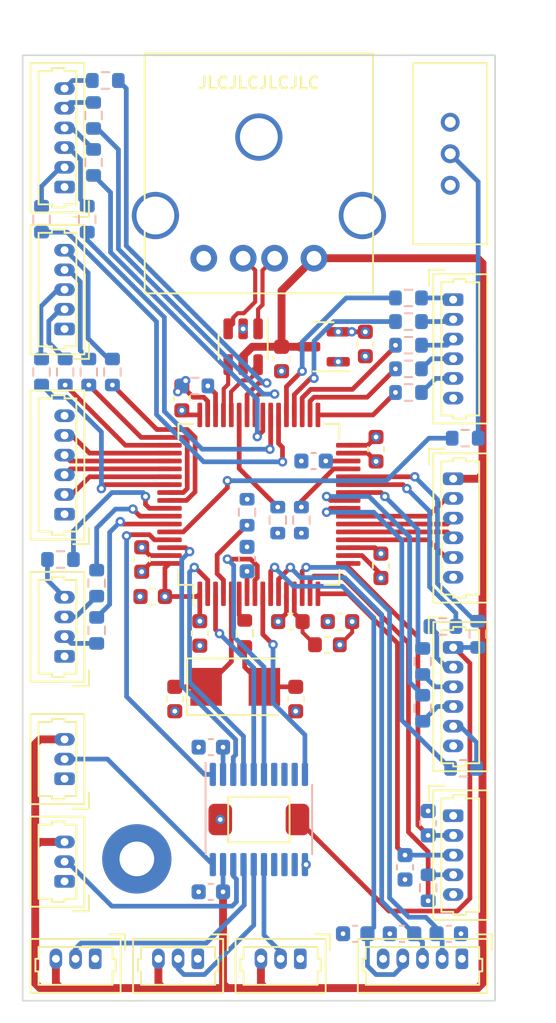
<source format=kicad_pcb>
(kicad_pcb (version 20211014) (generator pcbnew)
  (title_block (title "Keeb Controller") (date "2022-11-10") (rev "1") (company "Diego Covarrubias"))
  (layers (0 "F.Cu" signal) (1 "In1.Cu" power) (2 "In2.Cu" power) (31 "B.Cu" signal) (34 "B.Paste" user) (35 "F.Paste" user) (36 "B.SilkS" user "B.Silkscreen") (37 "F.SilkS" user "F.Silkscreen") (38 "B.Mask" user) (39 "F.Mask" user) (44 "Edge.Cuts" user))
  (net 0 "")
  (net 1 "VBUS")
  (net 2 "GND")
  (net 3 "+3V3")
  (net 4 "+3.3VA")
  (net 5 "VCAP")
  (net 6 "NRST")
  (net 7 "HSE_IN")
  (net 8 "Net-(C14-Pad1)")
  (net 9 "ST_X")
  (net 10 "ST_Y")
  (net 11 "TR1")
  (net 12 "TR2")
  (net 13 "TR3")
  (net 14 "USB_RAW_D+")
  (net 15 "USB_RAW_D-")
  (net 16 "USB_D-")
  (net 17 "USB_D+")
  (net 18 "CN_NSS")
  (net 19 "CN_SCK")
  (net 20 "CN_MISO")
  (net 21 "CN_MOSI")
  (net 22 "SN_MOSI")
  (net 23 "SN_MISO")
  (net 24 "SN_SCK")
  (net 25 "SN_NSS")
  (net 26 "ST_P_IN")
  (net 27 "LED5_OUT")
  (net 28 "LED4_OUT")
  (net 29 "LED3_OUT")
  (net 30 "LED2_OUT")
  (net 31 "LED1_OUT")
  (net 32 "KT4_IN")
  (net 33 "KT3_IN")
  (net 34 "KT2_IN")
  (net 35 "KT1_IN")
  (net 36 "KI5_IN")
  (net 37 "KI4_IN")
  (net 38 "KI3_IN")
  (net 39 "KI2_IN")
  (net 40 "KI1_IN")
  (net 41 "KM5_IN")
  (net 42 "KM4_IN")
  (net 43 "KM3_IN")
  (net 44 "KM2_IN")
  (net 45 "KM1_IN")
  (net 46 "KR5_IN")
  (net 47 "KR4_IN")
  (net 48 "KR3_IN")
  (net 49 "KR2_IN")
  (net 50 "KR1")
  (net 51 "KP3_IN")
  (net 52 "KP2_IN")
  (net 53 "KP1_IN")
  (net 54 "LED3")
  (net 55 "LED4")
  (net 56 "NC_PC15")
  (net 57 "HSE_OUT")
  (net 58 "LED5")
  (net 59 "LED_OE")
  (net 60 "ST_P")
  (net 61 "KR5")
  (net 62 "KR4")
  (net 63 "KR3")
  (net 64 "KR2")
  (net 65 "BOOT1{slash}KR1")
  (net 66 "NC_PB10")
  (net 67 "KM5")
  (net 68 "KM4")
  (net 69 "KM3")
  (net 70 "KM2")
  (net 71 "KM1")
  (net 72 "KI5")
  (net 73 "KI4")
  (net 74 "KI3")
  (net 75 "KI2")
  (net 76 "KI1")
  (net 77 "NC_PA10")
  (net 78 "NC_PA13")
  (net 79 "KT1")
  (net 80 "KT2")
  (net 81 "KT3")
  (net 82 "KT4")
  (net 83 "KP1")
  (net 84 "KP2")
  (net 85 "KP3")
  (net 86 "BOOT0")
  (net 87 "LED1")
  (net 88 "LED2")
  (net 89 "Net-(R2-Pad2)")
  (footprint "Connector_Molex:Molex_PicoBlade_53047-0610_1x06_P1.25mm_Vertical" (layer "F.Cu") (at 137.34 69.375 -90)
    (fp_text reference "H1")
    (fp_text value "Conn_01x06")
  )
  (footprint "Inductor_SMD:L_0603_1608Metric" (layer "F.Cu") (at 129.35 79.91 180)
    (fp_text reference "FB1")
    (fp_text value "120R")
  )
  (footprint "Connector_Molex:Molex_PicoBlade_53047-0510_1x05_P1.25mm_Vertical" (layer "F.Cu") (at 112.66 59.87 90)
    (fp_text reference "H3")
    (fp_text value "Conn_01x05")
  )
  (footprint "Custom:ALPS_SKRKAEE020" (layer "F.Cu") (at 125 91 180)
    (fp_text reference "SW2")
    (fp_text value "SW_SPST")
  )
  (footprint "Capacitor_SMD:C_0603_1608Metric" (layer "F.Cu") (at 131.76 60.825 -90)
    (fp_text reference "C2")
    (fp_text value "10uF")
  )
  (footprint "Connector_Molex:Molex_PicoBlade_53047-0610_1x06_P1.25mm_Vertical" (layer "F.Cu") (at 137.34 58.0075 -90)
    (fp_text reference "H5")
    (fp_text value "Conn_01x06")
  )
  (footprint "Capacitor_SMD:C_0603_1608Metric" (layer "F.Cu") (at 118.26 76.85 180)
    (fp_text reference "C3")
    (fp_text value "10uF")
  )
  (footprint "Connector_Molex:Molex_PicoBlade_53047-0310_1x03_P1.25mm_Vertical" (layer "F.Cu") (at 114.61 99.84 180)
    (fp_text reference "H12")
    (fp_text value "Conn_01x03")
  )
  (footprint "Connector_Molex:Molex_PicoBlade_53047-0310_1x03_P1.25mm_Vertical" (layer "F.Cu") (at 121.12 99.84 180)
    (fp_text reference "H13")
    (fp_text value "Conn_01x03")
  )
  (footprint "Custom:ALPS_SSSS912000" (layer "F.Cu") (at 137.15 48.75 90)
    (fp_text reference "SW1")
    (fp_text value "SW_SPDT")
  )
  (footprint "Capacitor_SMD:C_0603_1608Metric" (layer "F.Cu") (at 132.44 67.5 -90)
    (fp_text reference "C6")
    (fp_text value "100nF")
  )
  (footprint "Capacitor_SMD:C_0603_1608Metric" (layer "F.Cu") (at 119.66 83.355 -90)
    (fp_text reference "C13")
    (fp_text value "20pF")
  )
  (footprint "Connector_Molex:Molex_PicoBlade_53047-0310_1x03_P1.25mm_Vertical" (layer "F.Cu") (at 112.66 88.415 90)
    (fp_text reference "H10")
    (fp_text value "Conn_01x03")
  )
  (footprint "Package_TO_SOT_SMD:SOT-23" (layer "F.Cu") (at 129.1 61 180)
    (fp_text reference "LDO1")
    (fp_text value "AP2127N-3.3")
  )
  (footprint "Custom:JST_UBA-4R-D14T-4D" (layer "F.Cu") (at 125 50 180)
    (fp_text reference "USB1")
    (fp_text value "USB_A")
  )
  (footprint "Capacitor_SMD:C_0603_1608Metric" (layer "F.Cu") (at 127 78.44 180)
    (fp_text reference "C10")
    (fp_text value "100nF")
  )
  (footprint "Connector_Molex:Molex_PicoBlade_53047-0310_1x03_P1.25mm_Vertical" (layer "F.Cu") (at 127.63 99.84 180)
    (fp_text reference "H14")
    (fp_text value "Conn_01x03")
  )
  (footprint "Capacitor_SMD:C_0603_1608Metric" (layer "F.Cu") (at 117.56 74.5 90)
    (fp_text reference "C8")
    (fp_text value "100nF")
  )
  (footprint "Resistor_SMD:R_0603_1608Metric" (layer "F.Cu") (at 124.1 79.19 90)
    (fp_text reference "R1")
    (fp_text value "0R")
  )
  (footprint "Package_TO_SOT_SMD:SOT-23-6" (layer "F.Cu") (at 124 61 -90)
    (fp_text reference "ESD1")
    (fp_text value "USBLC6-2SC6")
  )
  (footprint "Capacitor_SMD:C_0603_1608Metric" (layer "F.Cu") (at 127.34 83.355 -90)
    (fp_text reference "C14")
    (fp_text value "20pF")
  )
  (footprint "Capacitor_SMD:C_0603_1608Metric" (layer "F.Cu") (at 120.11 64.26 90)
    (fp_text reference "C7")
    (fp_text value "100nF")
  )
  (footprint "Connector_Molex:Molex_PicoBlade_53047-0510_1x05_P1.25mm_Vertical" (layer "F.Cu") (at 137.89 99.84 180)
    (fp_text reference "H9")
    (fp_text value "Conn_01x05")
  )
  (footprint "Connector_Molex:Molex_PicoBlade_53047-0310_1x03_P1.25mm_Vertical" (layer "F.Cu") (at 112.66 94.925 90)
    (fp_text reference "H11")
    (fp_text value "Conn_01x03")
  )
  (footprint "Capacitor_SMD:C_0603_1608Metric" (layer "F.Cu") (at 126.44 61.775 -90)
    (fp_text reference "C1")
    (fp_text value "10uF")
  )
  (footprint "Connector_Molex:Molex_PicoBlade_53047-0610_1x06_P1.25mm_Vertical" (layer "F.Cu") (at 112.66 71.625 90)
    (fp_text reference "H2")
    (fp_text value "Conn_01x06")
  )
  (footprint "Connector_Molex:Molex_PicoBlade_53047-0510_1x05_P1.25mm_Vertical" (layer "F.Cu") (at 137.34 90.76 -90)
    (fp_text reference "H8")
    (fp_text value "Conn_01x05")
  )
  (footprint "MountingHole:MountingHole_2.2mm_M2_Pad" (layer "F.Cu") (at 117.25 93.5)
    (fp_text reference "MNT1")
    (fp_text value "MountingHole")
  )
  (footprint "Connector_Molex:Molex_PicoBlade_53047-0610_1x06_P1.25mm_Vertical" (layer "F.Cu") (at 137.34 80.08 -90)
    (fp_text reference "H6")
    (fp_text value "Conn_01x06")
  )
  (footprint "Connector_Molex:Molex_PicoBlade_53047-0610_1x06_P1.25mm_Vertical" (layer "F.Cu") (at 112.66 50.86 90)
    (fp_text reference "H4")
    (fp_text value "Conn_01x06")
  )
  (footprint "Package_QFP:LQFP-64_10x10mm_P0.5mm" (layer "F.Cu") (at 125 71 90)
    (fp_text reference "MCU1")
    (fp_text value "STM32F401RCT6")
  )
  (footprint "Capacitor_SMD:C_0603_1608Metric" (layer "F.Cu") (at 130.15 78.44 180)
    (fp_text reference "C9")
    (fp_text value "10uF")
  )
  (footprint "Capacitor_SMD:C_0603_1608Metric" (layer "F.Cu") (at 132.75 74.9 -90)
    (fp_text reference "C5")
    (fp_text value "100nF")
  )
  (footprint "Capacitor_SMD:C_0603_1608Metric" (layer "F.Cu") (at 121.25 79.19 -90)
    (fp_text reference "C4")
    (fp_text value "100nF")
  )
  (footprint "Crystal:Crystal_SMD_5032-2Pin_5.0x3.2mm" (layer "F.Cu") (at 123.5 82.58)
    (fp_text reference "XTAL1")
    (fp_text value "8MHz")
  )
  (footprint "Connector_Molex:Molex_PicoBlade_53047-0410_1x04_P1.25mm_Vertical" (layer "F.Cu") (at 112.66 80.645 90)
    (fp_text reference "H7")
    (fp_text value "Conn_01x04")
  )
  (footprint "Resistor_SMD:R_0603_1608Metric" (layer "B.Cu") (at 114.5 49.3 90)
    (fp_text reference "R10")
    (fp_text value "10KR")
  )
  (footprint "Resistor_SMD:R_0603_1608Metric" (layer "B.Cu") (at 135.75 95.335 90)
    (fp_text reference "R25")
    (fp_text value "10KR")
  )
  (footprint "Capacitor_SMD:C_0603_1608Metric" (layer "B.Cu") (at 128.475 68.25 180)
    (fp_text reference "C11")
    (fp_text value "4.7uF")
  )
  (footprint "Resistor_SMD:R_0603_1608Metric" (layer "B.Cu") (at 135.4 83.94 -90)
    (fp_text reference "R20")
    (fp_text value "10KR")
  )
  (footprint "Resistor_SMD:R_0603_1608Metric" (layer "B.Cu") (at 134.5 59.4)
    (fp_text reference "R14")
    (fp_text value "10KR")
  )
  (footprint "Resistor_SMD:R_0603_1608Metric" (layer "B.Cu") (at 115.7 62.6 90)
    (fp_text reference "R4")
    (fp_text value "10KR")
  )
  (footprint "Resistor_SMD:R_0603_1608Metric" (layer "B.Cu") (at 138.1 66.8)
    (fp_text reference "R2")
    (fp_text value "10KR")
  )
  (footprint "Resistor_SMD:R_0603_1608Metric" (layer "B.Cu") (at 114.7 76 -90)
    (fp_text reference "R23")
    (fp_text value "10KR")
  )
  (footprint "Resistor_SMD:R_0603_1608Metric" (layer "B.Cu") (at 138.9 79.24 -90)
    (fp_text reference "R3")
    (fp_text value "10KR")
  )
  (footprint "Resistor_SMD:R_0603_1608Metric" (layer "B.Cu") (at 115.25 44.1 180)
    (fp_text reference "R8")
    (fp_text value "10KR")
  )
  (footprint "Resistor_SMD:R_0603_1608Metric" (layer "B.Cu") (at 136.68 78.75 180)
    (fp_text reference "R18")
    (fp_text value "10KR")
  )
  (footprint "Capacitor_SMD:C_0603_1608Metric" (layer "B.Cu") (at 124.25 74.475 -90)
    (fp_text reference "C12")
    (fp_text value "100nF")
  )
  (footprint "Capacitor_SMD:C_0603_1608Metric" (layer "B.Cu") (at 131.12 98.25 180)
    (fp_text reference "C19")
    (fp_text value "100nF")
  )
  (footprint "Package_SO:TSSOP-20_4.4x6.5mm_P0.65mm" (layer "B.Cu") (at 125 91 -90)
    (fp_text reference "VT1")
    (fp_text value "TXS0108EPW")
  )
  (footprint "Resistor_SMD:R_0603_1608Metric" (layer "B.Cu") (at 124.25 71.5 90)
    (fp_text reference "R26")
    (fp_text value "10KR")
  )
  (footprint "Resistor_SMD:R_0603_1608Metric" (layer "B.Cu") (at 127.7 72 -90)
    (fp_text reference "R29")
    (fp_text value "10KR")
  )
  (footprint "Resistor_SMD:R_0603_1608Metric" (layer "B.Cu") (at 134.5 63.9)
    (fp_text reference "R17")
    (fp_text value "10KR")
  )
  (footprint "Resistor_SMD:R_0603_1608Metric" (layer "B.Cu") (at 134.5 60.9)
    (fp_text reference "R15")
    (fp_text value "10KR")
  )
  (footprint "Resistor_SMD:R_0603_1608Metric" (layer "B.Cu") (at 111.2 62.6 90)
    (fp_text reference "R6")
    (fp_text value "10KR")
  )
  (footprint "Resistor_SMD:R_0603_1608Metric" (layer "B.Cu") (at 114.2 62.6 90)
    (fp_text reference "R5")
    (fp_text value "10KR")
  )
  (footprint "Resistor_SMD:R_0603_1608Metric" (layer "B.Cu") (at 114.1 52.9 90)
    (fp_text reference "R11")
    (fp_text value "10KR")
  )
  (footprint "Resistor_SMD:R_0603_1608Metric" (layer "B.Cu") (at 114.5 46.32 90)
    (fp_text reference "R9")
    (fp_text value "10KR")
  )
  (footprint "Resistor_SMD:R_0603_1608Metric" (layer "B.Cu") (at 114.7 79 -90)
    (fp_text reference "R24")
    (fp_text value "10KR")
  )
  (footprint "Resistor_SMD:R_0603_1608Metric" (layer "B.Cu") (at 111.2 52.9 90)
    (fp_text reference "R12")
    (fp_text value "10KR")
  )
  (footprint "Resistor_SMD:R_0603_1608Metric" (layer "B.Cu") (at 126.2 72 -90)
    (fp_text reference "R27")
    (fp_text value "10KR")
  )
  (footprint "Capacitor_SMD:C_0603_1608Metric" (layer "B.Cu") (at 121.95 86.41)
    (fp_text reference "C20")
    (fp_text value "100nF")
  )
  (footprint "Capacitor_SMD:C_0603_1608Metric" (layer "B.Cu") (at 134.09 98.25 180)
    (fp_text reference "C18")
    (fp_text value "100nF")
  )
  (footprint "Capacitor_SMD:C_0603_1608Metric" (layer "B.Cu") (at 121.95 95.59)
    (fp_text reference "C21")
    (fp_text value "100nF")
  )
  (footprint "Resistor_SMD:R_0603_1608Metric" (layer "B.Cu") (at 134.5 57.9)
    (fp_text reference "R13")
    (fp_text value "10KR")
  )
  (footprint "Resistor_SMD:R_0603_1608Metric" (layer "B.Cu") (at 135.4 80.97 -90)
    (fp_text reference "R19")
    (fp_text value "10KR")
  )
  (footprint "Capacitor_SMD:C_0603_1608Metric" (layer "B.Cu") (at 135.75 91.235 90)
    (fp_text reference "C15")
    (fp_text value "100nF")
  )
  (footprint "Capacitor_SMD:C_0603_1608Metric" (layer "B.Cu") (at 134.28 94.035 -90)
    (fp_text reference "C16")
    (fp_text value "100nF")
  )
  (footprint "Resistor_SMD:R_0603_1608Metric" (layer "B.Cu") (at 112.4 74.5 180)
    (fp_text reference "R22")
    (fp_text value "10KR")
  )
  (footprint "Capacitor_SMD:C_0603_1608Metric" (layer "B.Cu") (at 137.06 98.25)
    (fp_text reference "C17")
    (fp_text value "100nF")
  )
  (footprint "Resistor_SMD:R_0603_1608Metric" (layer "B.Cu") (at 112.7 62.6 90)
    (fp_text reference "R7")
    (fp_text value "10KR")
  )
  (footprint "Resistor_SMD:R_0603_1608Metric" (layer "B.Cu") (at 138 87.75)
    (fp_text reference "R21")
    (fp_text value "10KR")
  )
  (footprint "Resistor_SMD:R_0603_1608Metric" (layer "B.Cu") (at 120.935 63.485 180)
    (fp_text reference "R28")
    (fp_text value "10KR")
  )
  (footprint "Resistor_SMD:R_0603_1608Metric" (layer "B.Cu") (at 134.5 62.4)
    (fp_text reference "R16")
    (fp_text value "10KR")
  )
  (gr_rect (start 110 42.5) (end 140 102.5) (layer "Edge.Cuts") (width 0.1) (fill none))
  (gr_text "JLCJLCJLCJLC" (at 125 44.25) (layer "F.SilkS") (effects (font (size 0.75 0.75))))
  (segment (start 138.9 101.7) (end 139.2 101.4) (width 0.5) (layer "F.Cu") (net 1))
  (segment (start 139.2 55.7) (end 138.88 55.38) (width 0.5) (layer "F.Cu") (net 1))
  (segment (start 124 61.577151) (end 124 62.1375) (width 0.5) (layer "F.Cu") (net 1))
  (segment (start 137.34 69.375) (end 138.925 69.375) (width 0.5) (layer "F.Cu") (net 1))
  (segment (start 139.2 69.1) (end 139.2 55.7) (width 0.5) (layer "F.Cu") (net 1))
  (segment (start 139.2 101.4) (end 139.2 69.1) (width 0.5) (layer "F.Cu") (net 1))
  (segment (start 125.4 101.7) (end 138.9 101.7) (width 0.5) (layer "F.Cu") (net 1))
  (segment (start 122.725 95.59) (end 122.725 101.425) (width 0.5) (layer "F.Cu") (net 1))
  (segment (start 118.62 101.42) (end 118.9 101.7) (width 0.5) (layer "F.Cu") (net 1))
  (segment (start 125.13 101.43) (end 125.4 101.7) (width 0.5) (layer "F.Cu") (net 1))
  (segment (start 125.13 99.84) (end 125.13 101.43) (width 0.5) (layer "F.Cu") (net 1))
  (segment (start 111.1 101.7) (end 110.8 101.4) (width 0.5) (layer "F.Cu") (net 1))
  (segment (start 112.11 101.41) (end 112.4 101.7) (width 0.5) (layer "F.Cu") (net 1))
  (segment (start 126.44 61) (end 128.1625 61) (width 0.5) (layer "F.Cu") (net 1))
  (segment (start 124.577151 61) (end 124 61.577151) (width 0.5) (layer "F.Cu") (net 1))
  (segment (start 118.9 101.7) (end 112.4 101.7) (width 0.5) (layer "F.Cu") (net 1))
  (segment (start 111.085 85.915) (end 110.8 86.2) (width 0.5) (layer "F.Cu") (net 1))
  (segment (start 112.66 92.425) (end 111.075 92.425) (width 0.5) (layer "F.Cu") (net 1))
  (segment (start 126.44 61) (end 124.577151 61) (width 0.5) (layer "F.Cu") (net 1))
  (segment (start 118.62 99.84) (end 118.62 101.42) (width 0.5) (layer "F.Cu") (net 1))
  (segment (start 138.925 69.375) (end 139.2 69.1) (width 0.5) (layer "F.Cu") (net 1))
  (segment (start 138.88 55.38) (end 128.5 55.38) (width 0.5) (layer "F.Cu") (net 1))
  (segment (start 128.5 55.38) (end 126.44 57.44) (width 0.5) (layer "F.Cu") (net 1))
  (segment (start 112.4 101.7) (end 111.1 101.7) (width 0.5) (layer "F.Cu") (net 1))
  (segment (start 126.44 57.44) (end 126.44 61) (width 0.5) (layer "F.Cu") (net 1))
  (segment (start 123 101.7) (end 118.9 101.7) (width 0.5) (layer "F.Cu") (net 1))
  (segment (start 110.8 86.2) (end 110.8 92.7) (width 0.5) (layer "F.Cu") (net 1))
  (segment (start 111.075 92.425) (end 110.8 92.7) (width 0.5) (layer "F.Cu") (net 1))
  (segment (start 112.66 85.915) (end 111.085 85.915) (width 0.5) (layer "F.Cu") (net 1))
  (segment (start 125.4 101.7) (end 123 101.7) (width 0.5) (layer "F.Cu") (net 1))
  (segment (start 110.8 101.4) (end 110.8 92.7) (width 0.5) (layer "F.Cu") (net 1))
  (segment (start 122.725 101.425) (end 123 101.7) (width 0.5) (layer "F.Cu") (net 1))
  (segment (start 112.11 99.84) (end 112.11 101.41) (width 0.5) (layer "F.Cu") (net 1))
  (via (at 122.725 95.59) (size 0.6) (drill 0.3) (layers "F.Cu" "B.Cu") (net 1))
  (segment (start 122.725 93.8625) (end 122.725 95.59) (width 0.3) (layer "B.Cu") (net 1))
  (segment (start 131.550361 74.25) (end 132.75 75.449639) (width 0.3) (layer "F.Cu") (net 2))
  (segment (start 117.5675 73.7325) (end 117.56 73.725) (width 0.3) (layer "F.Cu") (net 2))
  (segment (start 130.675 67.75) (end 131.915 67.75) (width 0.3) (layer "F.Cu") (net 2))
  (segment (start 121.500841 64.20048) (end 121.75 64.449639) (width 0.3) (layer "F.Cu") (net 2))
  (segment (start 118.085 74.25) (end 117.5675 73.7325) (width 0.3) (layer "F.Cu") (net 2))
  (segment (start 119.325 74.25) (end 118.085 74.25) (width 0.3) (layer "F.Cu") (net 2))
  (segment (start 126.75 77.915) (end 126.225 78.44) (width 0.3) (layer "F.Cu") (net 2))
  (segment (start 130.675 74.25) (end 131.550361 74.25) (width 0.3) (layer "F.Cu") (net 2))
  (segment (start 120.11 63.485) (end 120.82548 64.20048) (width 0.3) (layer "F.Cu") (net 2))
  (segment (start 120.82548 64.20048) (end 121.500841 64.20048) (width 0.3) (layer "F.Cu") (net 2))
  (segment (start 132.75 75.449639) (end 132.75 75.675) (width 0.3) (layer "F.Cu") (net 2))
  (segment (start 126.75 76.675) (end 126.75 77.915) (width 0.3) (layer "F.Cu") (net 2))
  (segment (start 131.915 67.75) (end 132.44 68.275) (width 0.3) (layer "F.Cu") (net 2))
  (segment (start 121.75 64.449639) (end 121.75 65.325) (width 0.3) (layer "F.Cu") (net 2))
  (via (at 131.76 61.6) (size 0.6) (drill 0.3) (layers "F.Cu" "B.Cu") (net 2))
  (via (at 126.2 72.825) (size 0.6) (drill 0.3) (layers "F.Cu" "B.Cu") (net 2))
  (via (at 117.5675 73.7325) (size 0.6) (drill 0.3) (layers "F.Cu" "B.Cu") (net 2))
  (via (at 134.28 94.81) (size 0.6) (drill 0.3) (layers "F.Cu" "B.Cu") (net 2))
  (via (at 127.34 84.13) (size 0.6) (drill 0.3) (layers "F.Cu" "B.Cu") (net 2))
  (via (at 135.75 90.46) (size 0.6) (drill 0.3) (layers "F.Cu" "B.Cu") (net 2))
  (via (at 127.7 72.825) (size 0.6) (drill 0.3) (layers "F.Cu" "B.Cu") (net 2))
  (via (at 124.25 73.7) (size 0.6) (drill 0.3) (layers "F.Cu" "B.Cu") (net 2))
  (via (at 117.45 76.85) (size 0.6) (drill 0.3) (layers "F.Cu" "B.Cu") (net 2))
  (via (at 133.315 98.25) (size 0.6) (drill 0.3) (layers "F.Cu" "B.Cu") (net 2))
  (via (at 121.25 79.965) (size 0.6) (drill 0.3) (layers "F.Cu" "B.Cu") (net 2))
  (via (at 124 59.8625) (size 0.6) (drill 0.3) (layers "F.Cu" "B.Cu") (net 2))
  (via (at 130.0375 61.95) (size 0.6) (drill 0.3) (layers "F.Cu" "B.Cu") (net 2))
  (via (at 120.35 63.15) (size 0.6) (drill 0.3) (layers "F.Cu" "B.Cu") (net 2))
  (via (at 119.85 63.85) (size 0.6) (drill 0.3) (layers "F.Cu" "B.Cu") (net 2))
  (via (at 122.55 91) (size 0.6) (drill 0.3) (layers "F.Cu" "B.Cu") (net 2))
  (via (at 119.66 84.13) (size 0.6) (drill 0.3) (layers "F.Cu" "B.Cu") (net 2))
  (via (at 121.175 86.41) (size 0.6) (drill 0.3) (layers "F.Cu" "B.Cu") (net 2))
  (via (at 132.75 75.675) (size 0.6) (drill 0.3) (layers "F.Cu" "B.Cu") (net 2))
  (via (at 121.175 95.59) (size 0.6) (drill 0.3) (layers "F.Cu" "B.Cu") (net 2))
  (via (at 126.225 78.44) (size 0.6) (drill 0.3) (layers "F.Cu" "B.Cu") (net 2))
  (via (at 127.7 68.25) (size 0.6) (drill 0.3) (layers "F.Cu" "B.Cu") (net 2))
  (via (at 130.345 98.25) (size 0.6) (drill 0.3) (layers "F.Cu" "B.Cu") (net 2))
  (via (at 126.44 62.55) (size 0.6) (drill 0.3) (layers "F.Cu" "B.Cu") (net 2))
  (via (at 132.44 68.275) (size 0.6) (drill 0.3) (layers "F.Cu" "B.Cu") (net 2))
  (via (at 137.835 98.25) (size 0.6) (drill 0.3) (layers "F.Cu" "B.Cu") (net 2))
  (via (at 124.26 70.675) (size 0.6) (drill 0.3) (layers "F.Cu" "B.Cu") (net 2))
  (via (at 129.375 78.44) (size 0.6) (drill 0.3) (layers "F.Cu" "B.Cu") (net 2))
  (via (at 128 93.8625) (size 0.6) (drill 0.3) (layers "F.Cu" "B.Cu") (net 2))
  (segment (start 119.85 63.745) (end 120.11 63.485) (width 0.3) (layer "B.Cu") (net 2))
  (segment (start 119.85 63.85) (end 119.85 63.745) (width 0.3) (layer "B.Cu") (net 2))
  (segment (start 120.35 63.245) (end 120.11 63.485) (width 0.3) (layer "B.Cu") (net 2))
  (segment (start 120.35 63.15) (end 120.35 63.245) (width 0.3) (layer "B.Cu") (net 2))
  (segment (start 119.035 76.85) (end 121.075 76.85) (width 0.3) (layer "F.Cu") (net 3))
  (segment (start 121.075 76.85) (end 121.25 76.675) (width 0.3) (layer "F.Cu") (net 3))
  (segment (start 118.085 74.75) (end 119.325 74.75) (width 0.3) (layer "F.Cu") (net 3))
  (segment (start 130.675 67.25) (end 131.915 67.25) (width 0.3) (layer "F.Cu") (net 3))
  (segment (start 132.4325 66.7325) (end 132.44 66.725) (width 0.3) (layer "F.Cu") (net 3))
  (segment (start 131.25 60.05) (end 131.76 60.05) (width 0.3) (layer "F.Cu") (net 3))
  (segment (start 131 60.05) (end 131.25 60.05) (width 0.3) (layer "F.Cu") (net 3))
  (segment (start 120.4 65.325) (end 120.11 65.035) (width 0.3) (layer "F.Cu") (net 3))
  (segment (start 131.915 67.25) (end 132.4325 66.7325) (width 0.3) (layer "F.Cu") (net 3))
  (segment (start 130.0375 60.05) (end 131 60.05) (width 0.3) (layer "F.Cu") (net 3))
  (segment (start 130.925 78.44) (end 130.925 79.1225) (width 0.25) (layer "F.Cu") (net 3))
  (segment (start 130.925 79.1225) (end 130.1375 79.91) (width 0.25) (layer "F.Cu") (net 3))
  (segment (start 119.035 75.04) (end 119.325 74.75) (width 0.3) (layer "F.Cu") (net 3))
  (segment (start 132.375 73.75) (end 132.7375 74.1125) (width 0.3) (layer "F.Cu") (net 3))
  (segment (start 130.675 73.75) (end 132.375 73.75) (width 0.3) (layer "F.Cu") (net 3))
  (segment (start 118.085 74.75) (end 117.56 75.275) (width 0.3) (layer "F.Cu") (net 3))
  (segment (start 119.035 76.85) (end 119.035 75.04) (width 0.3) (layer "F.Cu") (net 3))
  (segment (start 121.25 76.675) (end 121.25 78.415) (width 0.3) (layer "F.Cu") (net 3))
  (segment (start 132.7375 74.1125) (end 132.75 74.125) (width 0.3) (layer "F.Cu") (net 3))
  (segment (start 121.25 65.325) (end 120.4 65.325) (width 0.3) (layer "F.Cu") (net 3))
  (via (at 121.25 78.415) (size 0.6) (drill 0.3) (layers "F.Cu" "B.Cu") (net 3))
  (via (at 120.11 65.035) (size 0.6) (drill 0.3) (layers "F.Cu" "B.Cu") (net 3))
  (via (at 130.925 78.44) (size 0.6) (drill 0.3) (layers "F.Cu" "B.Cu") (net 3))
  (via (at 132.75 74.125) (size 0.6) (drill 0.3) (layers "F.Cu" "B.Cu") (net 3))
  (via (at 119.035 76.85) (size 0.6) (drill 0.3) (layers "F.Cu" "B.Cu") (net 3))
  (via (at 131.76 60.05) (size 0.6) (drill 0.3) (layers "F.Cu" "B.Cu") (net 3))
  (via (at 130.1375 79.91) (size 0.6) (drill 0.3) (layers "F.Cu" "B.Cu") (net 3))
  (via (at 132.44 66.725) (size 0.6) (drill 0.3) (layers "F.Cu" "B.Cu") (net 3))
  (via (at 117.56 75.275) (size 0.6) (drill 0.3) (layers "F.Cu" "B.Cu") (net 3))
  (via (at 122.725 86.41) (size 0.6) (drill 0.3) (layers "F.Cu" "B.Cu") (net 3))
  (via (at 130.89875 60.05) (size 0.6) (drill 0.3) (layers "F.Cu" "B.Cu") (net 3))
  (via (at 130.0375 60.05) (size 0.6) (drill 0.3) (layers "F.Cu" "B.Cu") (net 3))
  (segment (start 122.725 88.1375) (end 122.725 86.41) (width 0.3) (layer "B.Cu") (net 3))
  (segment (start 127.25 77.915) (end 127.775 78.44) (width 0.3) (layer "F.Cu") (net 4))
  (segment (start 127.25 76.675) (end 127.25 77.915) (width 0.3) (layer "F.Cu") (net 4))
  (segment (start 127.775 78.44) (end 127.775 79.1225) (width 0.25) (layer "F.Cu") (net 4))
  (segment (start 127.775 79.1225) (end 128.5625 79.91) (width 0.25) (layer "F.Cu") (net 4))
  (segment (start 130.675 68.25) (end 129.25 68.25) (width 0.3) (layer "F.Cu") (net 5))
  (via (at 129.25 68.25) (size 0.6) (drill 0.3) (layers "F.Cu" "B.Cu") (net 5))
  (segment (start 124.25 76.675) (end 124.25 75.25) (width 0.3) (layer "F.Cu") (net 6))
  (via (at 124.25 75.25) (size 0.6) (drill 0.3) (layers "F.Cu" "B.Cu") (net 6))
  (segment (start 119.66 82.58) (end 121.65 82.58) (width 0.3) (layer "F.Cu") (net 7))
  (segment (start 123.25 76.675) (end 123.25 80.98) (width 0.3) (layer "F.Cu") (net 7))
  (segment (start 123.25 80.98) (end 121.65 82.58) (width 0.3) (layer "F.Cu") (net 7))
  (segment (start 127.34 82.58) (end 125.35 82.58) (width 0.3) (layer "F.Cu") (net 8))
  (segment (start 124.1 81.33) (end 125.35 82.58) (width 0.3) (layer "F.Cu") (net 8))
  (segment (start 124.1 80.015) (end 124.1 81.33) (width 0.3) (layer "F.Cu") (net 8))
  (segment (start 135.75 92.01) (end 135.100489 91.360489) (width 0.3) (layer "F.Cu") (net 9))
  (segment (start 130.675 74.75) (end 130.675 74.975) (width 0.3) (layer "F.Cu") (net 9))
  (segment (start 135.100489 88.900489) (end 135.1 88.9) (width 0.3) (layer "F.Cu") (net 9))
  (segment (start 135.100489 91.360489) (end 135.100489 88.900489) (width 0.3) (layer "F.Cu") (net 9))
  (segment (start 135.1 88.9) (end 135.1 79.4) (width 0.3) (layer "F.Cu") (net 9))
  (segment (start 135.1 79.4) (end 132.5 76.8) (width 0.3) (layer "F.Cu") (net 9))
  (segment (start 130.675 74.975) (end 132.5 76.8) (width 0.3) (layer "F.Cu") (net 9))
  (via (at 135.75 92.01) (size 0.6) (drill 0.3) (layers "F.Cu" "B.Cu") (net 9))
  (segment (start 137.34 92.01) (end 135.75 92.01) (width 0.3) (layer "B.Cu") (net 9))
  (segment (start 128.75 76.675) (end 130.668572 76.675) (width 0.3) (layer "F.Cu") (net 10))
  (segment (start 133.8 79.806428) (end 133.8 92.78) (width 0.3) (layer "F.Cu") (net 10))
  (segment (start 130.668572 76.675) (end 133.8 79.806428) (width 0.3) (layer "F.Cu") (net 10))
  (segment (start 133.8 92.78) (end 134.28 93.26) (width 0.3) (layer "F.Cu") (net 10))
  (via (at 134.28 93.26) (size 0.6) (drill 0.3) (layers "F.Cu" "B.Cu") (net 10))
  (segment (start 134.28 93.26) (end 137.34 93.26) (width 0.3) (layer "B.Cu") (net 10))
  (segment (start 127.75 75.25) (end 128 75) (width 0.3) (layer "F.Cu") (net 11))
  (segment (start 127.75 76.675) (end 127.75 75.25) (width 0.3) (layer "F.Cu") (net 11))
  (via (at 128 75) (size 0.6) (drill 0.3) (layers "F.Cu" "B.Cu") (net 11))
  (segment (start 133.3 95.978572) (end 133.3 77.787144) (width 0.3) (layer "B.Cu") (net 11))
  (segment (start 136.64 98.605) (end 136.285 98.25) (width 0.3) (layer "B.Cu") (net 11))
  (segment (start 134.521428 97.2) (end 133.3 95.978572) (width 0.3) (layer "B.Cu") (net 11))
  (segment (start 136.285 98.25) (end 136.285 97.885) (width 0.3) (layer "B.Cu") (net 11))
  (segment (start 133.3 77.787144) (end 130.512856 75) (width 0.3) (layer "B.Cu") (net 11))
  (segment (start 136.285 97.885) (end 135.6 97.2) (width 0.3) (layer "B.Cu") (net 11))
  (segment (start 136.64 99.84) (end 136.64 98.605) (width 0.3) (layer "B.Cu") (net 11))
  (segment (start 135.6 97.2) (end 134.521428 97.2) (width 0.3) (layer "B.Cu") (net 11))
  (segment (start 130.512856 75) (end 128 75) (width 0.3) (layer "B.Cu") (net 11))
  (segment (start 126.25 75.75) (end 127 75) (width 0.3) (layer "F.Cu") (net 12))
  (segment (start 126.25 76.675) (end 126.25 75.75) (width 0.3) (layer "F.Cu") (net 12))
  (via (at 127 75) (size 0.6) (drill 0.3) (layers "F.Cu" "B.Cu") (net 12))
  (segment (start 127.649511 75.649511) (end 130.455939 75.649511) (width 0.3) (layer "B.Cu") (net 12))
  (segment (start 130.455939 75.649511) (end 132.8 77.993572) (width 0.3) (layer "B.Cu") (net 12))
  (segment (start 132.8 77.993572) (end 132.8 96.185) (width 0.3) (layer "B.Cu") (net 12))
  (segment (start 135.39 98.775) (end 134.865 98.25) (width 0.3) (layer "B.Cu") (net 12))
  (segment (start 127 75) (end 127.649511 75.649511) (width 0.3) (layer "B.Cu") (net 12))
  (segment (start 135.39 99.84) (end 135.39 98.775) (width 0.3) (layer "B.Cu") (net 12))
  (segment (start 132.8 96.185) (end 134.865 98.25) (width 0.3) (layer "B.Cu") (net 12))
  (segment (start 125.75 76.675) (end 125.75 75.25) (width 0.3) (layer "F.Cu") (net 13))
  (segment (start 125.75 75.25) (end 126 75) (width 0.3) (layer "F.Cu") (net 13))
  (via (at 126 75) (size 0.6) (drill 0.3) (layers "F.Cu" "B.Cu") (net 13))
  (segment (start 130.3 76.2) (end 132.3 78.2) (width 0.3) (layer "B.Cu") (net 13))
  (segment (start 131.895 100.295) (end 131.895 98.25) (width 0.3) (layer "B.Cu") (net 13))
  (segment (start 134.14 100.29) (end 133.59048 100.83952) (width 0.3) (layer "B.Cu") (net 13))
  (segment (start 133.59048 100.83952) (end 132.43952 100.83952) (width 0.3) (layer "B.Cu") (net 13))
  (segment (start 134.14 99.84) (end 134.14 100.29) (width 0.3) (layer "B.Cu") (net 13))
  (segment (start 132.43952 100.83952) (end 131.895 100.295) (width 0.3) (layer "B.Cu") (net 13))
  (segment (start 126 75) (end 127.2 76.2) (width 0.3) (layer "B.Cu") (net 13))
  (segment (start 134.14 100.16) (end 134.14 99.84) (width 0.3) (layer "B.Cu") (net 13))
  (segment (start 132.3 97.845) (end 131.895 98.25) (width 0.3) (layer "B.Cu") (net 13))
  (segment (start 132.3 78.2) (end 132.3 97.845) (width 0.3) (layer "B.Cu") (net 13))
  (segment (start 127.2 76.2) (end 130.3 76.2) (width 0.3) (layer "B.Cu") (net 13))
  (segment (start 123.651147 58.869924) (end 123.369924 59.151147) (width 0.261112) (layer "F.Cu") (net 14))
  (segment (start 124.042576 58.869924) (end 123.651147 58.869924) (width 0.261112) (layer "F.Cu") (net 14))
  (segment (start 124 55.38) (end 124.767843 56.147843) (width 0.261112) (layer "F.Cu") (net 14))
  (segment (start 124.767843 56.147843) (end 124.767843 58.144657) (width 0.261112) (layer "F.Cu") (net 14))
  (segment (start 124.767843 58.144657) (end 124.042576 58.869924) (width 0.261112) (layer "F.Cu") (net 14))
  (segment (start 123.369924 59.151147) (end 123.369924 59.542576) (width 0.261112) (layer "F.Cu") (net 14))
  (segment (start 123.369924 59.542576) (end 123.05 59.8625) (width 0.261112) (layer "F.Cu") (net 14))
  (segment (start 125.232157 56.147843) (end 125.232157 58.33698) (width 0.261112) (layer "F.Cu") (net 15))
  (segment (start 124.95 58.619137) (end 124.95 59.8625) (width 0.261112) (layer "F.Cu") (net 15))
  (segment (start 125.232157 58.33698) (end 124.95 58.619137) (width 0.261112) (layer "F.Cu") (net 15))
  (segment (start 126 55.38) (end 125.232157 56.147843) (width 0.261112) (layer "F.Cu") (net 15))
  (segment (start 124.630076 62.457424) (end 124.630076 62.848853) (width 0.261112) (layer "F.Cu") (net 16))
  (segment (start 123.957424 63.130076) (end 123.232157 63.855343) (width 0.261112) (layer "F.Cu") (net 16))
  (segment (start 123.232157 63.855343) (end 123.232157 65.307157) (width 0.261112) (layer "F.Cu") (net 16))
  (segment (start 124.95 62.1375) (end 124.630076 62.457424) (width 0.261112) (layer "F.Cu") (net 16))
  (segment (start 124.630076 62.848853) (end 124.348853 63.130076) (width 0.261112) (layer "F.Cu") (net 16))
  (segment (start 123.232157 65.307157) (end 123.25 65.325) (width 0.261112) (layer "F.Cu") (net 16))
  (segment (start 124.348853 63.130076) (end 123.957424 63.130076) (width 0.261112) (layer "F.Cu") (net 16))
  (segment (start 122.767843 65.307157) (end 122.75 65.325) (width 0.261112) (layer "F.Cu") (net 17))
  (segment (start 123.05 62.1375) (end 123.05 63.380863) (width 0.261112) (layer "F.Cu") (net 17))
  (segment (start 122.767843 63.66302) (end 122.767843 65.307157) (width 0.261112) (layer "F.Cu") (net 17))
  (segment (start 123.05 63.380863) (end 122.767843 63.66302) (width 0.261112) (layer "F.Cu") (net 17))
  (segment (start 136.875 74.375) (end 135.75 73.25) (width 0.3) (layer "F.Cu") (net 18))
  (segment (start 130.675 73.25) (end 135.75 73.25) (width 0.3) (layer "F.Cu") (net 18))
  (segment (start 137.34 74.375) (end 136.875 74.375) (width 0.3) (layer "F.Cu") (net 18))
  (segment (start 130.675 72.75) (end 136.965 72.75) (width 0.3) (layer "F.Cu") (net 19))
  (segment (start 136.965 72.75) (end 137.34 73.125) (width 0.3) (layer "F.Cu") (net 19))
  (segment (start 136.965 72.25) (end 137.34 71.875) (width 0.3) (layer "F.Cu") (net 20))
  (segment (start 130.675 72.25) (end 136.965 72.25) (width 0.3) (layer "F.Cu") (net 20))
  (segment (start 135.765 71.75) (end 136.89 70.625) (width 0.3) (layer "F.Cu") (net 21))
  (segment (start 136.89 70.625) (end 137.34 70.625) (width 0.3) (layer "F.Cu") (net 21))
  (segment (start 130.675 71.75) (end 135.765 71.75) (width 0.3) (layer "F.Cu") (net 21))
  (segment (start 119.325 69.25) (end 114.25 69.25) (width 0.3) (layer "F.Cu") (net 22))
  (segment (start 113.125 70.375) (end 114.25 69.25) (width 0.3) (layer "F.Cu") (net 22))
  (segment (start 112.66 70.375) (end 113.125 70.375) (width 0.3) (layer "F.Cu") (net 22))
  (segment (start 119.325 68.75) (end 113.035 68.75) (width 0.3) (layer "F.Cu") (net 23))
  (segment (start 113.035 68.75) (end 112.66 69.125) (width 0.3) (layer "F.Cu") (net 23))
  (segment (start 113.035 68.25) (end 112.66 67.875) (width 0.3) (layer "F.Cu") (net 24))
  (segment (start 119.325 68.25) (end 113.035 68.25) (width 0.3) (layer "F.Cu") (net 24))
  (segment (start 119.325 67.75) (end 114.25 67.75) (width 0.3) (layer "F.Cu") (net 25))
  (segment (start 112.66 66.625) (end 113.125 66.625) (width 0.3) (layer "F.Cu") (net 25))
  (segment (start 113.125 66.625) (end 114.25 67.75) (width 0.3) (layer "F.Cu") (net 25))
  (segment (start 135.75 94.51) (end 137.34 94.51) (width 0.3) (layer "B.Cu") (net 26))
  (segment (start 126.38 99.39) (end 126.38 99.84) (width 0.3) (layer "B.Cu") (net 27))
  (segment (start 125.325 98.335) (end 126.38 99.39) (width 0.3) (layer "B.Cu") (net 27))
  (segment (start 125.325 93.8625) (end 125.325 98.335) (width 0.3) (layer "B.Cu") (net 27))
  (segment (start 121.547618 100.83952) (end 120.23952 100.83952) (width 0.3) (layer "B.Cu") (net 28))
  (segment (start 120.23952 100.83952) (end 119.87 100.47) (width 0.3) (layer "B.Cu") (net 28))
  (segment (start 124.675 97.712138) (end 121.547618 100.83952) (width 0.3) (layer "B.Cu") (net 28))
  (segment (start 124.675 93.8625) (end 124.675 97.712138) (width 0.3) (layer "B.Cu") (net 28))
  (segment (start 119.87 100.47) (end 119.87 99.84) (width 0.3) (layer "B.Cu") (net 28))
  (segment (start 113.36 99.19) (end 113.70952 98.84048) (width 0.3) (layer "B.Cu") (net 29))
  (segment (start 113.36 99.84) (end 113.36 99.19) (width 0.3) (layer "B.Cu") (net 29))
  (segment (start 122.403214 98.103214) (end 122.006428 98.5) (width 0.3) (layer "B.Cu") (net 29))
  (segment (start 124.025 93.8625) (end 124.075009 93.912509) (width 0.3) (layer "B.Cu") (net 29))
  (segment (start 122.006428 98.5) (end 122 98.5) (width 0.3) (layer "B.Cu") (net 29))
  (segment (start 124.075009 93.912509) (end 124.075008 96.43142) (width 0.3) (layer "B.Cu") (net 29))
  (segment (start 121.665948 98.84048) (end 122.403214 98.103214) (width 0.3) (layer "B.Cu") (net 29))
  (segment (start 124.075008 96.43142) (end 122.403214 98.103214) (width 0.3) (layer "B.Cu") (net 29))
  (segment (start 113.70952 98.84048) (end 121.665948 98.84048) (width 0.3) (layer "B.Cu") (net 29))
  (segment (start 123.3 96.5) (end 115.662138 96.5) (width 0.3) (layer "B.Cu") (net 30))
  (segment (start 115.662138 96.5) (end 112.837138 93.675) (width 0.3) (layer "B.Cu") (net 30))
  (segment (start 123.575489 96.224511) (end 123.3 96.5) (width 0.3) (layer "B.Cu") (net 30))
  (segment (start 123.575489 94.786206) (end 123.575489 96.224511) (width 0.3) (layer "B.Cu") (net 30))
  (segment (start 123.375 94.585717) (end 123.575489 94.786206) (width 0.3) (layer "B.Cu") (net 30))
  (segment (start 123.375 93.8625) (end 123.375 94.585717) (width 0.3) (layer "B.Cu") (net 30))
  (segment (start 112.837138 93.675) (end 112.66 93.675) (width 0.3) (layer "B.Cu") (net 30))
  (segment (start 122.075 93.8625) (end 115.3775 87.165) (width 0.3) (layer "B.Cu") (net 31))
  (segment (start 115.3775 87.165) (end 112.66 87.165) (width 0.3) (layer "B.Cu") (net 31))
  (segment (start 112.66 58.62) (end 112.41 58.62) (width 0.3) (layer "B.Cu") (net 32))
  (segment (start 112.41 58.62) (end 111.66048 59.36952) (width 0.3) (layer "B.Cu") (net 32))
  (segment (start 111.66048 59.36952) (end 111.66048 60.73548) (width 0.3) (layer "B.Cu") (net 32))
  (segment (start 111.66048 60.73548) (end 112.7 61.775) (width 0.3) (layer "B.Cu") (net 32))
  (segment (start 111.160961 61.735961) (end 111.2 61.775) (width 0.3) (layer "B.Cu") (net 33))
  (segment (start 112.23 57.37) (end 111.160961 58.439039) (width 0.3) (layer "B.Cu") (net 33))
  (segment (start 111.160961 58.439039) (end 111.160961 61.735961) (width 0.3) (layer "B.Cu") (net 33))
  (segment (start 112.66 57.37) (end 112.23 57.37) (width 0.3) (layer "B.Cu") (net 33))
  (segment (start 112.66 56.12) (end 112.91 56.12) (width 0.3) (layer "B.Cu") (net 34))
  (segment (start 113.65952 56.86952) (end 113.65952 61.23452) (width 0.3) (layer "B.Cu") (net 34))
  (segment (start 113.65952 61.23452) (end 114.2 61.775) (width 0.3) (layer "B.Cu") (net 34))
  (segment (start 112.91 56.12) (end 113.65952 56.86952) (width 0.3) (layer "B.Cu") (net 34))
  (segment (start 114.159039 60.481901) (end 115.452138 61.775) (width 0.3) (layer "B.Cu") (net 35))
  (segment (start 112.719981 54.87) (end 114.159039 56.309058) (width 0.3) (layer "B.Cu") (net 35))
  (segment (start 114.159039 56.309058) (end 114.159039 60.481901) (width 0.3) (layer "B.Cu") (net 35))
  (segment (start 112.66 54.87) (end 112.719981 54.87) (width 0.3) (layer "B.Cu") (net 35))
  (segment (start 115.452138 61.775) (end 115.7 61.775) (width 0.3) (layer "B.Cu") (net 35))
  (segment (start 111.2 50.82) (end 112.41 49.61) (width 0.3) (layer "B.Cu") (net 36))
  (segment (start 111.2 52.075) (end 111.2 50.82) (width 0.3) (layer "B.Cu") (net 36))
  (segment (start 112.41 49.61) (end 112.66 49.61) (width 0.3) (layer "B.Cu") (net 36))
  (segment (start 112.91 48.36) (end 113.67548 49.12548) (width 0.3) (layer "B.Cu") (net 37))
  (segment (start 113.67548 49.12548) (end 113.67548 51.65048) (width 0.3) (layer "B.Cu") (net 37))
  (segment (start 112.66 48.36) (end 112.91 48.36) (width 0.3) (layer "B.Cu") (net 37))
  (segment (start 113.67548 51.65048) (end 114.1 52.075) (width 0.3) (layer "B.Cu") (net 37))
  (segment (start 112.66 47.11) (end 113.135 47.11) (width 0.3) (layer "B.Cu") (net 38))
  (segment (start 113.135 47.11) (end 114.5 48.475) (width 0.3) (layer "B.Cu") (net 38))
  (segment (start 113.025 45.495) (end 112.66 45.86) (width 0.3) (layer "B.Cu") (net 39))
  (segment (start 114.5 45.495) (end 113.025 45.495) (width 0.3) (layer "B.Cu") (net 39))
  (segment (start 113.17 44.1) (end 112.66 44.61) (width 0.3) (layer "B.Cu") (net 40))
  (segment (start 114.425 44.1) (end 113.17 44.1) (width 0.3) (layer "B.Cu") (net 40))
  (segment (start 135.325 63.9) (end 136.2175 63.0075) (width 0.3) (layer "B.Cu") (net 41))
  (segment (start 136.2175 63.0075) (end 137.34 63.0075) (width 0.3) (layer "B.Cu") (net 41))
  (segment (start 135.9675 61.7575) (end 137.34 61.7575) (width 0.3) (layer "B.Cu") (net 42))
  (segment (start 135.325 62.4) (end 135.9675 61.7575) (width 0.3) (layer "B.Cu") (net 42))
  (segment (start 136.9475 60.9) (end 137.34 60.5075) (width 0.3) (layer "B.Cu") (net 43))
  (segment (start 135.325 60.9) (end 136.9475 60.9) (width 0.3) (layer "B.Cu") (net 43))
  (segment (start 135.325 59.4) (end 137.1975 59.4) (width 0.3) (layer "B.Cu") (net 44))
  (segment (start 137.1975 59.4) (end 137.34 59.2575) (width 0.3) (layer "B.Cu") (net 44))
  (segment (start 135.325 57.9) (end 137.2325 57.9) (width 0.3) (layer "B.Cu") (net 45))
  (segment (start 137.2325 57.9) (end 137.34 58.0075) (width 0.3) (layer "B.Cu") (net 45))
  (segment (start 138.825 86.115) (end 137.79 85.08) (width 0.3) (layer "B.Cu") (net 46))
  (segment (start 137.79 85.08) (end 137.34 85.08) (width 0.3) (layer "B.Cu") (net 46))
  (segment (start 138.825 87.75) (end 138.825 86.115) (width 0.3) (layer "B.Cu") (net 46))
  (segment (start 135.4 84.765) (end 136.335 83.83) (width 0.3) (layer "B.Cu") (net 47))
  (segment (start 136.335 83.83) (end 137.34 83.83) (width 0.3) (layer "B.Cu") (net 47))
  (segment (start 135.4 81.795) (end 136.185 82.58) (width 0.3) (layer "B.Cu") (net 48))
  (segment (start 136.185 82.58) (end 137.34 82.58) (width 0.3) (layer "B.Cu") (net 48))
  (segment (start 136.3 80.74) (end 136.3 79.195) (width 0.3) (layer "B.Cu") (net 49))
  (segment (start 136.3 79.195) (end 135.855 78.75) (width 0.3) (layer "B.Cu") (net 49))
  (segment (start 136.89 81.33) (end 136.3 80.74) (width 0.3) (layer "B.Cu") (net 49))
  (segment (start 137.34 81.33) (end 136.89 81.33) (width 0.3) (layer "B.Cu") (net 49))
  (segment (start 137.60047 96.809511) (end 138.4 96.009981) (width 0.3) (layer "F.Cu") (net 50))
  (segment (start 127.45 91) (end 133.259511 96.809511) (width 0.3) (layer "F.Cu") (net 50))
  (segment (start 133.259511 96.809511) (end 137.60047 96.809511) (width 0.3) (layer "F.Cu") (net 50))
  (segment (start 138.4 81.080019) (end 137.399981 80.08) (width 0.3) (layer "F.Cu") (net 50))
  (segment (start 138.4 96.009981) (end 138.4 81.080019) (width 0.3) (layer "F.Cu") (net 50))
  (segment (start 137.399981 80.08) (end 137.34 80.08) (width 0.3) (layer "F.Cu") (net 50))
  (segment (start 138.9 80.08) (end 137.34 80.08) (width 0.3) (layer "B.Cu") (net 50))
  (segment (start 114.7 79.825) (end 113.09 79.825) (width 0.3) (layer "B.Cu") (net 51))
  (segment (start 113.09 79.825) (end 112.66 79.395) (width 0.3) (layer "B.Cu") (net 51))
  (segment (start 113.38 78.145) (end 112.66 78.145) (width 0.3) (layer "B.Cu") (net 52))
  (segment (start 114.7 76.825) (end 113.38 78.145) (width 0.3) (layer "B.Cu") (net 52))
  (segment (start 111.575 74.5) (end 111.575 75.81) (width 0.3) (layer "B.Cu") (net 53))
  (segment (start 111.575 75.81) (end 112.66 76.895) (width 0.3) (layer "B.Cu") (net 53))
  (segment (start 121.75 75.799639) (end 121.75 76.675) (width 0.3) (layer "F.Cu") (net 54))
  (segment (start 120.9 75) (end 120.950361 75) (width 0.3) (layer "F.Cu") (net 54))
  (segment (start 120.950361 75) (end 121.75 75.799639) (width 0.3) (layer "F.Cu") (net 54))
  (via (at 120.9 75) (size 0.6) (drill 0.3) (layers "F.Cu" "B.Cu") (net 54))
  (segment (start 124.025 85.716078) (end 124.025 88.1375) (width 0.3) (layer "B.Cu") (net 54))
  (segment (start 120.600489 82.291567) (end 124.025 85.716078) (width 0.3) (layer "B.Cu") (net 54))
  (segment (start 120.9 75) (end 120.600489 75.299511) (width 0.3) (layer "B.Cu") (net 54))
  (segment (start 120.600489 75.299511) (end 120.600489 82.291567) (width 0.3) (layer "B.Cu") (net 54))
  (segment (start 122.25 78.95) (end 122.5 79.2) (width 0.3) (layer "F.Cu") (net 55))
  (segment (start 122.25 76.675) (end 122.25 78.95) (width 0.3) (layer "F.Cu") (net 55))
  (via (at 122.5 79.2) (size 0.6) (drill 0.3) (layers "F.Cu" "B.Cu") (net 55))
  (segment (start 124.675 81.375) (end 122.5 79.2) (width 0.3) (layer "B.Cu") (net 55))
  (segment (start 124.675 88.1375) (end 124.675 81.375) (width 0.3) (layer "B.Cu") (net 55))
  (segment (start 124.231452 72.325) (end 122.350489 74.205963) (width 0.3) (layer "F.Cu") (net 56))
  (segment (start 122.75 75.799639) (end 122.75 76.675) (width 0.3) (layer "F.Cu") (net 56))
  (segment (start 124.25 72.325) (end 124.231452 72.325) (width 0.3) (layer "F.Cu") (net 56))
  (segment (start 122.350489 74.205963) (end 122.350489 75.400128) (width 0.3) (layer "F.Cu") (net 56))
  (segment (start 122.350489 75.400128) (end 122.75 75.799639) (width 0.3) (layer "F.Cu") (net 56))
  (via (at 124.25 72.325) (size 0.6) (drill 0.3) (layers "F.Cu" "B.Cu") (net 56))
  (segment (start 123.75 78.015) (end 124.1 78.365) (width 0.3) (layer "F.Cu") (net 57))
  (segment (start 123.75 76.675) (end 123.75 78.015) (width 0.3) (layer "F.Cu") (net 57))
  (segment (start 123 74.475) (end 124.475 74.475) (width 0.3) (layer "F.Cu") (net 58))
  (segment (start 124.75 75.799639) (end 124.75 76.675) (width 0.3) (layer "F.Cu") (net 58))
  (segment (start 124.9 75.649639) (end 124.75 75.799639) (width 0.3) (layer "F.Cu") (net 58))
  (segment (start 124.475 74.475) (end 124.9 74.9) (width 0.3) (layer "F.Cu") (net 58))
  (segment (start 124.9 74.9) (end 124.9 75.649639) (width 0.3) (layer "F.Cu") (net 58))
  (via (at 123 74.475) (size 0.6) (drill 0.3) (layers "F.Cu" "B.Cu") (net 58))
  (segment (start 125.325 81.318572) (end 125.325 88.1375) (width 0.3) (layer "B.Cu") (net 58))
  (segment (start 123.4 79.393572) (end 125.325 81.318572) (width 0.3) (layer "B.Cu") (net 58))
  (segment (start 123.4 74.875) (end 123 74.475) (width 0.3) (layer "B.Cu") (net 58))
  (segment (start 123.4 79.393572) (end 123.4 74.875) (width 0.3) (layer "B.Cu") (net 58))
  (segment (start 125.25 79.25) (end 125.9 79.9) (width 0.3) (layer "F.Cu") (net 59))
  (segment (start 125.25 76.675) (end 125.25 79.25) (width 0.3) (layer "F.Cu") (net 59))
  (via (at 125.9 79.9) (size 0.6) (drill 0.3) (layers "F.Cu" "B.Cu") (net 59))
  (segment (start 127.925 88.1375) (end 127.925 85.633548) (width 0.3) (layer "B.Cu") (net 59))
  (segment (start 125.9 83.608548) (end 125.9 79.9) (width 0.3) (layer "B.Cu") (net 59))
  (segment (start 127.925 85.633548) (end 125.9 83.608548) (width 0.3) (layer "B.Cu") (net 59))
  (segment (start 134.5 79.8) (end 134.5 91.8) (width 0.3) (layer "F.Cu") (net 60))
  (segment (start 128.25 75.799639) (end 128.499159 75.55048) (width 0.3) (layer "F.Cu") (net 60))
  (segment (start 134.5 91.8) (end 135.75 93.05) (width 0.3) (layer "F.Cu") (net 60))
  (segment (start 130.25048 75.55048) (end 134.5 79.8) (width 0.3) (layer "F.Cu") (net 60))
  (segment (start 128.25 76.675) (end 128.25 75.799639) (width 0.3) (layer "F.Cu") (net 60))
  (segment (start 135.75 93.05) (end 135.75 96.16) (width 0.3) (layer "F.Cu") (net 60))
  (segment (start 128.499159 75.55048) (end 130.25048 75.55048) (width 0.3) (layer "F.Cu") (net 60))
  (via (at 135.75 96.16) (size 0.6) (drill 0.3) (layers "F.Cu" "B.Cu") (net 60))
  (segment (start 129.55 71.25) (end 129.3 71.5) (width 0.3) (layer "F.Cu") (net 61))
  (segment (start 130.675 71.25) (end 129.55 71.25) (width 0.3) (layer "F.Cu") (net 61))
  (via (at 129.3 71.5) (size 0.6) (drill 0.3) (layers "F.Cu" "B.Cu") (net 61))
  (segment (start 134.07596 84.693098) (end 134.07596 73.282388) (width 0.3) (layer "B.Cu") (net 61))
  (segment (start 134.07596 73.282388) (end 132.293572 71.5) (width 0.3) (layer "B.Cu") (net 61))
  (segment (start 132.293572 71.5) (end 129.3 71.5) (width 0.3) (layer "B.Cu") (net 61))
  (segment (start 137.175 87.75) (end 137.132862 87.75) (width 0.3) (layer "B.Cu") (net 61))
  (segment (start 137.132862 87.75) (end 134.07596 84.693098) (width 0.3) (layer "B.Cu") (net 61))
  (segment (start 130.675 70.75) (end 129.55 70.75) (width 0.3) (layer "F.Cu") (net 62))
  (segment (start 129.55 70.75) (end 129.3 70.5) (width 0.3) (layer "F.Cu") (net 62))
  (via (at 129.3 70.5) (size 0.6) (drill 0.3) (layers "F.Cu" "B.Cu") (net 62))
  (segment (start 134.57548 82.29048) (end 135.4 83.115) (width 0.3) (layer "B.Cu") (net 62))
  (segment (start 129.3 70.5) (end 132 70.5) (width 0.3) (layer "B.Cu") (net 62))
  (segment (start 132 70.5) (end 134.57548 73.07548) (width 0.3) (layer "B.Cu") (net 62))
  (segment (start 134.57548 73.07548) (end 134.57548 82.29048) (width 0.3) (layer "B.Cu") (net 62))
  (segment (start 130.675 70.25) (end 132.75 70.25) (width 0.3) (layer "F.Cu") (net 63))
  (segment (start 132.75 70.25) (end 133 70.5) (width 0.3) (layer "F.Cu") (net 63))
  (via (at 133 70.5) (size 0.6) (drill 0.3) (layers "F.Cu" "B.Cu") (net 63))
  (segment (start 135.10548 72.60548) (end 135.10548 79.85048) (width 0.3) (layer "B.Cu") (net 63))
  (segment (start 133 70.5) (end 135.10548 72.60548) (width 0.3) (layer "B.Cu") (net 63))
  (segment (start 135.10548 79.85048) (end 135.4 80.145) (width 0.3) (layer "B.Cu") (net 63))
  (segment (start 134.15 69.75) (end 134.4 70) (width 0.3) (layer "F.Cu") (net 64))
  (segment (start 130.675 69.75) (end 134.15 69.75) (width 0.3) (layer "F.Cu") (net 64))
  (via (at 134.4 70) (size 0.6) (drill 0.3) (layers "F.Cu" "B.Cu") (net 64))
  (segment (start 137.51 77.90429) (end 135.840961 76.235251) (width 0.3) (layer "B.Cu") (net 64))
  (segment (start 135.84096 71.44096) (end 134.4 70) (width 0.3) (layer "B.Cu") (net 64))
  (segment (start 137.51 78.75) (end 137.51 77.90429) (width 0.3) (layer "B.Cu") (net 64))
  (segment (start 135.840961 76.235251) (end 135.84096 71.44096) (width 0.3) (layer "B.Cu") (net 64))
  (segment (start 130.675 69.25) (end 134.9 69.25) (width 0.3) (layer "F.Cu") (net 65))
  (via (at 134.9 69.25) (size 0.6) (drill 0.3) (layers "F.Cu" "B.Cu") (net 65))
  (segment (start 136.34048 76.028342) (end 138.592138 78.28) (width 0.3) (layer "B.Cu") (net 65))
  (segment (start 138.592138 78.28) (end 139.005 78.28) (width 0.3) (layer "B.Cu") (net 65))
  (segment (start 136.34048 70.69048) (end 136.34048 76.028342) (width 0.3) (layer "B.Cu") (net 65))
  (segment (start 134.9 69.25) (end 136.34048 70.69048) (width 0.3) (layer "B.Cu") (net 65))
  (segment (start 129.75 68.75) (end 130.675 68.75) (width 0.3) (layer "F.Cu") (net 66))
  (segment (start 127.7 70.8) (end 129.75 68.75) (width 0.3) (layer "F.Cu") (net 66))
  (segment (start 127.7 71.175) (end 127.7 70.8) (width 0.3) (layer "F.Cu") (net 66))
  (via (at 127.7 71.175) (size 0.6) (drill 0.3) (layers "F.Cu" "B.Cu") (net 66))
  (segment (start 128.75 65.325) (end 132.25 65.325) (width 0.3) (layer "F.Cu") (net 67))
  (segment (start 132.25 65.325) (end 133.675 63.9) (width 0.3) (layer "F.Cu") (net 67))
  (via (at 133.675 63.9) (size 0.6) (drill 0.3) (layers "F.Cu" "B.Cu") (net 67))
  (segment (start 128.25 64.449639) (end 128.499159 64.20048) (width 0.3) (layer "F.Cu") (net 68))
  (segment (start 131.87452 64.20048) (end 133.675 62.4) (width 0.3) (layer "F.Cu") (net 68))
  (segment (start 128.25 65.325) (end 128.25 64.449639) (width 0.3) (layer "F.Cu") (net 68))
  (segment (start 128.499159 64.20048) (end 131.87452 64.20048) (width 0.3) (layer "F.Cu") (net 68))
  (via (at 133.675 62.4) (size 0.6) (drill 0.3) (layers "F.Cu" "B.Cu") (net 68))
  (segment (start 127.75 65.325) (end 127.75 64.243211) (width 0.3) (layer "F.Cu") (net 69))
  (segment (start 127.75 64.243211) (end 128.292252 63.70096) (width 0.3) (layer "F.Cu") (net 69))
  (segment (start 133.675 60.972493) (end 133.675 60.9) (width 0.3) (layer "F.Cu") (net 69))
  (segment (start 130.946533 63.70096) (end 133.675 60.972493) (width 0.3) (layer "F.Cu") (net 69))
  (segment (start 128.292252 63.70096) (end 130.946533 63.70096) (width 0.3) (layer "F.Cu") (net 69))
  (via (at 133.675 60.9) (size 0.6) (drill 0.3) (layers "F.Cu" "B.Cu") (net 69))
  (segment (start 127.25 64.036783) (end 127.25 65.325) (width 0.3) (layer "F.Cu") (net 70))
  (segment (start 128.286783 63) (end 127.25 64.036783) (width 0.3) (layer "F.Cu") (net 70))
  (segment (start 128.5 63) (end 128.286783 63) (width 0.3) (layer "F.Cu") (net 70))
  (via (at 128.5 63) (size 0.6) (drill 0.3) (layers "F.Cu" "B.Cu") (net 70))
  (segment (start 129.75 59.4) (end 133.675 59.4) (width 0.3) (layer "B.Cu") (net 70))
  (segment (start 128.5 60.65) (end 129.75 59.4) (width 0.3) (layer "B.Cu") (net 70))
  (segment (start 128.5 63) (end 128.5 60.65) (width 0.3) (layer "B.Cu") (net 70))
  (segment (start 127.727493 62.55) (end 127.75 62.55) (width 0.3) (layer "F.Cu") (net 71))
  (segment (start 126.75 65.325) (end 126.75 63.527493) (width 0.3) (layer "F.Cu") (net 71))
  (segment (start 126.75 63.527493) (end 127.727493 62.55) (width 0.3) (layer "F.Cu") (net 71))
  (via (at 127.75 62.55) (size 0.6) (drill 0.3) (layers "F.Cu" "B.Cu") (net 71))
  (segment (start 127.75 62.55) (end 127.75 60.693572) (width 0.3) (layer "B.Cu") (net 71))
  (segment (start 127.75 60.693572) (end 130.543572 57.9) (width 0.3) (layer "B.Cu") (net 71))
  (segment (start 130.543572 57.9) (end 133.675 57.9) (width 0.3) (layer "B.Cu") (net 71))
  (segment (start 126.25 65.325) (end 126.25 67.131452) (width 0.3) (layer "F.Cu") (net 72))
  (segment (start 126.25 67.131452) (end 126.5 67.381452) (width 0.3) (layer "F.Cu") (net 72))
  (segment (start 126.5 67.381452) (end 126.5 68.3) (width 0.3) (layer "F.Cu") (net 72))
  (via (at 126.5 68.3) (size 0.6) (drill 0.3) (layers "F.Cu" "B.Cu") (net 72))
  (segment (start 112.824981 53.725) (end 111.2 53.725) (width 0.3) (layer "B.Cu") (net 72))
  (segment (start 126.5 68.3) (end 121.493572 68.3) (width 0.3) (layer "B.Cu") (net 72))
  (segment (start 118.5 59.400019) (end 112.824981 53.725) (width 0.3) (layer "B.Cu") (net 72))
  (segment (start 118.5 65.306428) (end 118.5 59.400019) (width 0.3) (layer "B.Cu") (net 72))
  (segment (start 121.493572 68.3) (end 118.5 65.306428) (width 0.3) (layer "B.Cu") (net 72))
  (segment (start 125.75 67.45) (end 125.7 67.5) (width 0.3) (layer "F.Cu") (net 73))
  (segment (start 125.75 65.325) (end 125.75 67.45) (width 0.3) (layer "F.Cu") (net 73))
  (via (at 125.7 67.5) (size 0.6) (drill 0.3) (layers "F.Cu" "B.Cu") (net 73))
  (segment (start 121.4 67.5) (end 119 65.1) (width 0.3) (layer "B.Cu") (net 73))
  (segment (start 119 59.131404) (end 114.1 54.231404) (width 0.3) (layer "B.Cu") (net 73))
  (segment (start 119 65.1) (end 119 59.131404) (width 0.3) (layer "B.Cu") (net 73))
  (segment (start 125.7 67.5) (end 121.4 67.5) (width 0.3) (layer "B.Cu") (net 73))
  (segment (start 114.1 54.231404) (end 114.1 53.725) (width 0.3) (layer "B.Cu") (net 73))
  (segment (start 125.25 66.35) (end 125.25 65.325) (width 0.3) (layer "F.Cu") (net 74))
  (segment (start 124.9 66.7) (end 125.25 66.35) (width 0.3) (layer "F.Cu") (net 74))
  (via (at 124.9 66.7) (size 0.6) (drill 0.3) (layers "F.Cu" "B.Cu") (net 74))
  (segment (start 114.5 50.125) (end 115.581449 51.206449) (width 0.3) (layer "B.Cu") (net 74))
  (segment (start 115.581449 51.206449) (end 115.58145 55.006426) (width 0.3) (layer "B.Cu") (net 74))
  (segment (start 115.58145 55.006426) (end 124.9 64.324976) (width 0.3) (layer "B.Cu") (net 74))
  (segment (start 124.9 64.324976) (end 124.9 66.7) (width 0.3) (layer "B.Cu") (net 74))
  (segment (start 125 64) (end 126 64) (width 0.3) (layer "F.Cu") (net 75))
  (segment (start 124.75 65.325) (end 124.75 64.25) (width 0.3) (layer "F.Cu") (net 75))
  (segment (start 124.75 64.25) (end 125 64) (width 0.3) (layer "F.Cu") (net 75))
  (via (at 126 64) (size 0.6) (drill 0.3) (layers "F.Cu" "B.Cu") (net 75))
  (segment (start 116.080969 54.799517) (end 116.080969 48.705969) (width 0.3) (layer "B.Cu") (net 75))
  (segment (start 125.281452 64) (end 116.080969 54.799517) (width 0.3) (layer "B.Cu") (net 75))
  (segment (start 116.080969 48.480969) (end 116.080969 48.880969) (width 0.3) (layer "B.Cu") (net 75))
  (segment (start 126 64) (end 125.281452 64) (width 0.3) (layer "B.Cu") (net 75))
  (segment (start 114.5 47.145) (end 114.745 47.145) (width 0.3) (layer "B.Cu") (net 75))
  (segment (start 114.745 47.145) (end 116.080969 48.480969) (width 0.3) (layer "B.Cu") (net 75))
  (segment (start 124.25 64.043572) (end 124.25 65.325) (width 0.3) (layer "F.Cu") (net 76))
  (segment (start 125.5 63.3) (end 124.993572 63.3) (width 0.3) (layer "F.Cu") (net 76))
  (segment (start 124.993572 63.3) (end 124.25 64.043572) (width 0.3) (layer "F.Cu") (net 76))
  (via (at 125.5 63.3) (size 0.6) (drill 0.3) (layers "F.Cu" "B.Cu") (net 76))
  (segment (start 116.075 44.1) (end 116.580489 44.605489) (width 0.3) (layer "B.Cu") (net 76))
  (segment (start 125.28788 63.3) (end 125.5 63.3) (width 0.3) (layer "B.Cu") (net 76))
  (segment (start 116.580489 54.592609) (end 125.28788 63.3) (width 0.3) (layer "B.Cu") (net 76))
  (segment (start 116.580489 44.605489) (end 116.580489 54.592609) (width 0.3) (layer "B.Cu") (net 76))
  (segment (start 123.75 65.325) (end 123.75 68.725) (width 0.3) (layer "F.Cu") (net 77))
  (segment (start 123.75 68.725) (end 126.2 71.175) (width 0.3) (layer "F.Cu") (net 77))
  (via (at 126.2 71.175) (size 0.6) (drill 0.3) (layers "F.Cu" "B.Cu") (net 77))
  (segment (start 122.25 65.325) (end 122.25 63.975) (width 0.3) (layer "F.Cu") (net 78))
  (segment (start 122.25 63.975) (end 121.76 63.485) (width 0.3) (layer "F.Cu") (net 78))
  (via (at 121.76 63.485) (size 0.6) (drill 0.3) (layers "F.Cu" "B.Cu") (net 78))
  (segment (start 120.457389 66.250961) (end 118.525961 66.250961) (width 0.3) (layer "F.Cu") (net 79))
  (segment (start 120.406788 70.75) (end 120.94904 70.207748) (width 0.3) (layer "F.Cu") (net 79))
  (segment (start 118.525961 66.250961) (end 115.7 63.425) (width 0.3) (layer "F.Cu") (net 79))
  (segment (start 120.949039 69.793932) (end 120.949039 66.742611) (width 0.3) (layer "F.Cu") (net 79))
  (segment (start 120.949039 66.742611) (end 120.457389 66.250961) (width 0.3) (layer "F.Cu") (net 79))
  (segment (start 120.94904 70.207748) (end 120.949039 69.793932) (width 0.3) (layer "F.Cu") (net 79))
  (segment (start 119.325 70.75) (end 120.406788 70.75) (width 0.3) (layer "F.Cu") (net 79))
  (via (at 115.7 63.425) (size 0.6) (drill 0.3) (layers "F.Cu" "B.Cu") (net 79))
  (segment (start 120.44952 70.000841) (end 120.44952 66.94952) (width 0.3) (layer "F.Cu") (net 80))
  (segment (start 119.325 70.25) (end 120.200361 70.25) (width 0.3) (layer "F.Cu") (net 80))
  (segment (start 120.25048 66.75048) (end 117.52548 66.75048) (width 0.3) (layer "F.Cu") (net 80))
  (segment (start 120.200361 70.25) (end 120.44952 70.000841) (width 0.3) (layer "F.Cu") (net 80))
  (segment (start 117.52548 66.75048) (end 114.2 63.425) (width 0.3) (layer "F.Cu") (net 80))
  (segment (start 120.44952 66.94952) (end 120.25048 66.75048) (width 0.3) (layer "F.Cu") (net 80))
  (via (at 114.2 63.425) (size 0.6) (drill 0.3) (layers "F.Cu" "B.Cu") (net 80))
  (segment (start 119.325 69.75) (end 115.25 69.75) (width 0.3) (layer "F.Cu") (net 81))
  (segment (start 115.25 69.75) (end 115 70) (width 0.3) (layer "F.Cu") (net 81))
  (via (at 115 70) (size 0.6) (drill 0.3) (layers "F.Cu" "B.Cu") (net 81))
  (segment (start 115 70) (end 115 66.405019) (width 0.3) (layer "B.Cu") (net 81))
  (segment (start 112.794981 64.2) (end 111.975 64.2) (width 0.3) (layer "B.Cu") (net 81))
  (segment (start 115 66.405019) (end 112.794981 64.2) (width 0.3) (layer "B.Cu") (net 81))
  (segment (start 111.975 64.2) (end 111.2 63.425) (width 0.3) (layer "B.Cu") (net 81))
  (segment (start 119.325 67.25) (end 116.525 67.25) (width 0.3) (layer "F.Cu") (net 82))
  (segment (start 116.525 67.25) (end 112.7 63.425) (width 0.3) (layer "F.Cu") (net 82))
  (via (at 112.7 63.425) (size 0.6) (drill 0.3) (layers "F.Cu" "B.Cu") (net 82))
  (segment (start 117.8 71) (end 118.05 71.25) (width 0.3) (layer "F.Cu") (net 83))
  (segment (start 118.05 71.25) (end 119.325 71.25) (width 0.3) (layer "F.Cu") (net 83))
  (segment (start 117.8 70.5) (end 117.8 71) (width 0.3) (layer "F.Cu") (net 83))
  (via (at 117.8 70.5) (size 0.6) (drill 0.3) (layers "F.Cu" "B.Cu") (net 83))
  (segment (start 117.650489 70.250489) (end 117.9 70.5) (width 0.3) (layer "B.Cu") (net 83))
  (segment (start 115.668059 70.250489) (end 117.650489 70.250489) (width 0.3) (layer "B.Cu") (net 83))
  (segment (start 113.225 74.5) (end 113.225 72.693548) (width 0.3) (layer "B.Cu") (net 83))
  (segment (start 113.225 72.693548) (end 115.668059 70.250489) (width 0.3) (layer "B.Cu") (net 83))
  (segment (start 119.325 71.75) (end 117.45 71.75) (width 0.3) (layer "F.Cu") (net 84))
  (segment (start 117.45 71.75) (end 117 71.3) (width 0.3) (layer "F.Cu") (net 84))
  (via (at 117 71.3) (size 0.6) (drill 0.3) (layers "F.Cu" "B.Cu") (net 84))
  (segment (start 115.9 71.3) (end 117 71.3) (width 0.3) (layer "B.Cu") (net 84))
  (segment (start 114.7 75.175) (end 114.7 72.5) (width 0.3) (layer "B.Cu") (net 84))
  (segment (start 114.7 72.5) (end 115.9 71.3) (width 0.3) (layer "B.Cu") (net 84))
  (segment (start 116.35 72.25) (end 116.2 72.1) (width 0.3) (layer "F.Cu") (net 85))
  (segment (start 119.325 72.25) (end 116.35 72.25) (width 0.3) (layer "F.Cu") (net 85))
  (via (at 116.2 72.1) (size 0.6) (drill 0.3) (layers "F.Cu" "B.Cu") (net 85))
  (segment (start 116.2 72.1) (end 115.52452 72.77548) (width 0.3) (layer "B.Cu") (net 85))
  (segment (start 115.52452 77.35048) (end 114.7 78.175) (width 0.3) (layer "B.Cu") (net 85))
  (segment (start 115.52452 72.77548) (end 115.52452 77.35048) (width 0.3) (layer "B.Cu") (net 85))
  (segment (start 120.200361 72.75) (end 119.325 72.75) (width 0.3) (layer "F.Cu") (net 86))
  (segment (start 123 69.950361) (end 120.200361 72.75) (width 0.3) (layer "F.Cu") (net 86))
  (segment (start 123 69.5) (end 123 69.950361) (width 0.3) (layer "F.Cu") (net 86))
  (via (at 123 69.5) (size 0.6) (drill 0.3) (layers "F.Cu" "B.Cu") (net 86))
  (segment (start 133.1 69.5) (end 135.8 66.8) (width 0.3) (layer "B.Cu") (net 86))
  (segment (start 123 69.5) (end 133.1 69.5) (width 0.3) (layer "B.Cu") (net 86))
  (segment (start 135.8 66.8) (end 137.275 66.8) (width 0.3) (layer "B.Cu") (net 86))
  (segment (start 118.047973 72.92548) (end 116.67452 72.92548) (width 0.3) (layer "F.Cu") (net 87))
  (segment (start 118.372493 73.25) (end 118.047973 72.92548) (width 0.3) (layer "F.Cu") (net 87))
  (segment (start 119.325 73.25) (end 118.372493 73.25) (width 0.3) (layer "F.Cu") (net 87))
  (segment (start 116.67452 72.92548) (end 116.6 73) (width 0.3) (layer "F.Cu") (net 87))
  (via (at 116.6 73) (size 0.6) (drill 0.3) (layers "F.Cu" "B.Cu") (net 87))
  (segment (start 116.6 83.2) (end 121.5375 88.1375) (width 0.3) (layer "B.Cu") (net 87))
  (segment (start 116.6 73) (end 116.6 83.2) (width 0.3) (layer "B.Cu") (net 87))
  (segment (start 121.5375 88.1375) (end 122.075 88.1375) (width 0.3) (layer "B.Cu") (net 87))
  (segment (start 119.325 73.75) (end 120.35 73.75) (width 0.3) (layer "F.Cu") (net 88))
  (segment (start 120.35 73.75) (end 120.6 74) (width 0.3) (layer "F.Cu") (net 88))
  (via (at 120.6 74) (size 0.6) (drill 0.3) (layers "F.Cu" "B.Cu") (net 88))
  (segment (start 120.100969 74.499031) (end 120.6 74) (width 0.3) (layer "B.Cu") (net 88))
  (segment (start 123.375 88.1375) (end 123.375 87.047493) (width 0.3) (layer "B.Cu") (net 88))
  (segment (start 123.52452 85.922026) (end 120.100969 82.498475) (width 0.3) (layer "B.Cu") (net 88))
  (segment (start 123.375 87.047493) (end 123.52452 86.897973) (width 0.3) (layer "B.Cu") (net 88))
  (segment (start 123.52452 86.897973) (end 123.52452 85.922026) (width 0.3) (layer "B.Cu") (net 88))
  (segment (start 120.100969 82.498475) (end 120.100969 74.499031) (width 0.3) (layer "B.Cu") (net 88))
  (segment (start 138.925 66.8) (end 138.925 50.525) (width 0.3) (layer "B.Cu") (net 89))
  (segment (start 138.925 50.525) (end 137.15 48.75) (width 0.3) (layer "B.Cu") (net 89))
)
</source>
